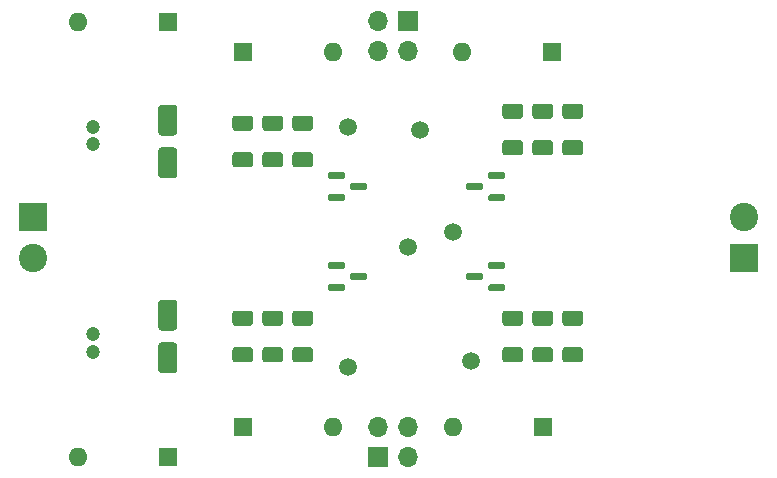
<source format=gbr>
G04 #@! TF.GenerationSoftware,KiCad,Pcbnew,6.0.1-79c1e3a40b~116~ubuntu21.04.1*
G04 #@! TF.CreationDate,2022-03-15T19:04:18+01:00*
G04 #@! TF.ProjectId,AbcTestBoard,41626354-6573-4744-926f-6172642e6b69,rev?*
G04 #@! TF.SameCoordinates,Original*
G04 #@! TF.FileFunction,Soldermask,Top*
G04 #@! TF.FilePolarity,Negative*
%FSLAX46Y46*%
G04 Gerber Fmt 4.6, Leading zero omitted, Abs format (unit mm)*
G04 Created by KiCad (PCBNEW 6.0.1-79c1e3a40b~116~ubuntu21.04.1) date 2022-03-15 19:04:18*
%MOMM*%
%LPD*%
G01*
G04 APERTURE LIST*
%ADD10R,1.700000X1.700000*%
%ADD11O,1.700000X1.700000*%
%ADD12C,1.200000*%
%ADD13C,1.500000*%
%ADD14R,2.400000X2.400000*%
%ADD15C,2.400000*%
%ADD16R,1.600000X1.600000*%
%ADD17O,1.600000X1.600000*%
G04 APERTURE END LIST*
D10*
X73655000Y-104145000D03*
D11*
X73655000Y-101605000D03*
X76195000Y-104145000D03*
X76195000Y-101605000D03*
G36*
G01*
X89545000Y-74254000D02*
X90795000Y-74254000D01*
G75*
G02*
X91045000Y-74504000I0J-250000D01*
G01*
X91045000Y-75304000D01*
G75*
G02*
X90795000Y-75554000I-250000J0D01*
G01*
X89545000Y-75554000D01*
G75*
G02*
X89295000Y-75304000I0J250000D01*
G01*
X89295000Y-74504000D01*
G75*
G02*
X89545000Y-74254000I250000J0D01*
G01*
G37*
G36*
G01*
X89545000Y-77354000D02*
X90795000Y-77354000D01*
G75*
G02*
X91045000Y-77604000I0J-250000D01*
G01*
X91045000Y-78404000D01*
G75*
G02*
X90795000Y-78654000I-250000J0D01*
G01*
X89545000Y-78654000D01*
G75*
G02*
X89295000Y-78404000I0J250000D01*
G01*
X89295000Y-77604000D01*
G75*
G02*
X89545000Y-77354000I250000J0D01*
G01*
G37*
G36*
G01*
X67935000Y-96180000D02*
X66685000Y-96180000D01*
G75*
G02*
X66435000Y-95930000I0J250000D01*
G01*
X66435000Y-95130000D01*
G75*
G02*
X66685000Y-94880000I250000J0D01*
G01*
X67935000Y-94880000D01*
G75*
G02*
X68185000Y-95130000I0J-250000D01*
G01*
X68185000Y-95930000D01*
G75*
G02*
X67935000Y-96180000I-250000J0D01*
G01*
G37*
G36*
G01*
X67935000Y-93080000D02*
X66685000Y-93080000D01*
G75*
G02*
X66435000Y-92830000I0J250000D01*
G01*
X66435000Y-92030000D01*
G75*
G02*
X66685000Y-91780000I250000J0D01*
G01*
X67935000Y-91780000D01*
G75*
G02*
X68185000Y-92030000I0J-250000D01*
G01*
X68185000Y-92830000D01*
G75*
G02*
X67935000Y-93080000I-250000J0D01*
G01*
G37*
G36*
G01*
X66685000Y-75270000D02*
X67935000Y-75270000D01*
G75*
G02*
X68185000Y-75520000I0J-250000D01*
G01*
X68185000Y-76320000D01*
G75*
G02*
X67935000Y-76570000I-250000J0D01*
G01*
X66685000Y-76570000D01*
G75*
G02*
X66435000Y-76320000I0J250000D01*
G01*
X66435000Y-75520000D01*
G75*
G02*
X66685000Y-75270000I250000J0D01*
G01*
G37*
G36*
G01*
X66685000Y-78370000D02*
X67935000Y-78370000D01*
G75*
G02*
X68185000Y-78620000I0J-250000D01*
G01*
X68185000Y-79420000D01*
G75*
G02*
X67935000Y-79670000I-250000J0D01*
G01*
X66685000Y-79670000D01*
G75*
G02*
X66435000Y-79420000I0J250000D01*
G01*
X66435000Y-78620000D01*
G75*
G02*
X66685000Y-78370000I250000J0D01*
G01*
G37*
D12*
X49530000Y-95250000D03*
X49530000Y-93750000D03*
D13*
X81534000Y-96012000D03*
D14*
X44450000Y-83820000D03*
D15*
X44450000Y-87320000D03*
D16*
X88392000Y-69850000D03*
D17*
X80772000Y-69850000D03*
D13*
X71120000Y-96520000D03*
G36*
G01*
X84479000Y-82080000D02*
X84479000Y-82380000D01*
G75*
G02*
X84329000Y-82530000I-150000J0D01*
G01*
X83154000Y-82530000D01*
G75*
G02*
X83004000Y-82380000I0J150000D01*
G01*
X83004000Y-82080000D01*
G75*
G02*
X83154000Y-81930000I150000J0D01*
G01*
X84329000Y-81930000D01*
G75*
G02*
X84479000Y-82080000I0J-150000D01*
G01*
G37*
G36*
G01*
X84479000Y-80180000D02*
X84479000Y-80480000D01*
G75*
G02*
X84329000Y-80630000I-150000J0D01*
G01*
X83154000Y-80630000D01*
G75*
G02*
X83004000Y-80480000I0J150000D01*
G01*
X83004000Y-80180000D01*
G75*
G02*
X83154000Y-80030000I150000J0D01*
G01*
X84329000Y-80030000D01*
G75*
G02*
X84479000Y-80180000I0J-150000D01*
G01*
G37*
G36*
G01*
X82604000Y-81130000D02*
X82604000Y-81430000D01*
G75*
G02*
X82454000Y-81580000I-150000J0D01*
G01*
X81279000Y-81580000D01*
G75*
G02*
X81129000Y-81430000I0J150000D01*
G01*
X81129000Y-81130000D01*
G75*
G02*
X81279000Y-80980000I150000J0D01*
G01*
X82454000Y-80980000D01*
G75*
G02*
X82604000Y-81130000I0J-150000D01*
G01*
G37*
X80010000Y-85090000D03*
D16*
X87630000Y-101600000D03*
D17*
X80010000Y-101600000D03*
D13*
X76200000Y-86360000D03*
G36*
G01*
X56430000Y-97080000D02*
X55330000Y-97080000D01*
G75*
G02*
X55080000Y-96830000I0J250000D01*
G01*
X55080000Y-94730000D01*
G75*
G02*
X55330000Y-94480000I250000J0D01*
G01*
X56430000Y-94480000D01*
G75*
G02*
X56680000Y-94730000I0J-250000D01*
G01*
X56680000Y-96830000D01*
G75*
G02*
X56430000Y-97080000I-250000J0D01*
G01*
G37*
G36*
G01*
X56430000Y-93480000D02*
X55330000Y-93480000D01*
G75*
G02*
X55080000Y-93230000I0J250000D01*
G01*
X55080000Y-91130000D01*
G75*
G02*
X55330000Y-90880000I250000J0D01*
G01*
X56430000Y-90880000D01*
G75*
G02*
X56680000Y-91130000I0J-250000D01*
G01*
X56680000Y-93230000D01*
G75*
G02*
X56430000Y-93480000I-250000J0D01*
G01*
G37*
G36*
G01*
X62855000Y-96180000D02*
X61605000Y-96180000D01*
G75*
G02*
X61355000Y-95930000I0J250000D01*
G01*
X61355000Y-95130000D01*
G75*
G02*
X61605000Y-94880000I250000J0D01*
G01*
X62855000Y-94880000D01*
G75*
G02*
X63105000Y-95130000I0J-250000D01*
G01*
X63105000Y-95930000D01*
G75*
G02*
X62855000Y-96180000I-250000J0D01*
G01*
G37*
G36*
G01*
X62855000Y-93080000D02*
X61605000Y-93080000D01*
G75*
G02*
X61355000Y-92830000I0J250000D01*
G01*
X61355000Y-92030000D01*
G75*
G02*
X61605000Y-91780000I250000J0D01*
G01*
X62855000Y-91780000D01*
G75*
G02*
X63105000Y-92030000I0J-250000D01*
G01*
X63105000Y-92830000D01*
G75*
G02*
X62855000Y-93080000I-250000J0D01*
G01*
G37*
G36*
G01*
X65395000Y-79670000D02*
X64145000Y-79670000D01*
G75*
G02*
X63895000Y-79420000I0J250000D01*
G01*
X63895000Y-78620000D01*
G75*
G02*
X64145000Y-78370000I250000J0D01*
G01*
X65395000Y-78370000D01*
G75*
G02*
X65645000Y-78620000I0J-250000D01*
G01*
X65645000Y-79420000D01*
G75*
G02*
X65395000Y-79670000I-250000J0D01*
G01*
G37*
G36*
G01*
X65395000Y-76570000D02*
X64145000Y-76570000D01*
G75*
G02*
X63895000Y-76320000I0J250000D01*
G01*
X63895000Y-75520000D01*
G75*
G02*
X64145000Y-75270000I250000J0D01*
G01*
X65395000Y-75270000D01*
G75*
G02*
X65645000Y-75520000I0J-250000D01*
G01*
X65645000Y-76320000D01*
G75*
G02*
X65395000Y-76570000I-250000J0D01*
G01*
G37*
G36*
G01*
X69445000Y-80480000D02*
X69445000Y-80180000D01*
G75*
G02*
X69595000Y-80030000I150000J0D01*
G01*
X70770000Y-80030000D01*
G75*
G02*
X70920000Y-80180000I0J-150000D01*
G01*
X70920000Y-80480000D01*
G75*
G02*
X70770000Y-80630000I-150000J0D01*
G01*
X69595000Y-80630000D01*
G75*
G02*
X69445000Y-80480000I0J150000D01*
G01*
G37*
G36*
G01*
X69445000Y-82380000D02*
X69445000Y-82080000D01*
G75*
G02*
X69595000Y-81930000I150000J0D01*
G01*
X70770000Y-81930000D01*
G75*
G02*
X70920000Y-82080000I0J-150000D01*
G01*
X70920000Y-82380000D01*
G75*
G02*
X70770000Y-82530000I-150000J0D01*
G01*
X69595000Y-82530000D01*
G75*
G02*
X69445000Y-82380000I0J150000D01*
G01*
G37*
G36*
G01*
X71320000Y-81430000D02*
X71320000Y-81130000D01*
G75*
G02*
X71470000Y-80980000I150000J0D01*
G01*
X72645000Y-80980000D01*
G75*
G02*
X72795000Y-81130000I0J-150000D01*
G01*
X72795000Y-81430000D01*
G75*
G02*
X72645000Y-81580000I-150000J0D01*
G01*
X71470000Y-81580000D01*
G75*
G02*
X71320000Y-81430000I0J150000D01*
G01*
G37*
D16*
X55880000Y-67310000D03*
D17*
X48260000Y-67310000D03*
G36*
G01*
X61605000Y-75270000D02*
X62855000Y-75270000D01*
G75*
G02*
X63105000Y-75520000I0J-250000D01*
G01*
X63105000Y-76320000D01*
G75*
G02*
X62855000Y-76570000I-250000J0D01*
G01*
X61605000Y-76570000D01*
G75*
G02*
X61355000Y-76320000I0J250000D01*
G01*
X61355000Y-75520000D01*
G75*
G02*
X61605000Y-75270000I250000J0D01*
G01*
G37*
G36*
G01*
X61605000Y-78370000D02*
X62855000Y-78370000D01*
G75*
G02*
X63105000Y-78620000I0J-250000D01*
G01*
X63105000Y-79420000D01*
G75*
G02*
X62855000Y-79670000I-250000J0D01*
G01*
X61605000Y-79670000D01*
G75*
G02*
X61355000Y-79420000I0J250000D01*
G01*
X61355000Y-78620000D01*
G75*
G02*
X61605000Y-78370000I250000J0D01*
G01*
G37*
D10*
X76200000Y-67305000D03*
D11*
X76200000Y-69845000D03*
X73660000Y-67305000D03*
X73660000Y-69845000D03*
G36*
G01*
X64145000Y-91780000D02*
X65395000Y-91780000D01*
G75*
G02*
X65645000Y-92030000I0J-250000D01*
G01*
X65645000Y-92830000D01*
G75*
G02*
X65395000Y-93080000I-250000J0D01*
G01*
X64145000Y-93080000D01*
G75*
G02*
X63895000Y-92830000I0J250000D01*
G01*
X63895000Y-92030000D01*
G75*
G02*
X64145000Y-91780000I250000J0D01*
G01*
G37*
G36*
G01*
X64145000Y-94880000D02*
X65395000Y-94880000D01*
G75*
G02*
X65645000Y-95130000I0J-250000D01*
G01*
X65645000Y-95930000D01*
G75*
G02*
X65395000Y-96180000I-250000J0D01*
G01*
X64145000Y-96180000D01*
G75*
G02*
X63895000Y-95930000I0J250000D01*
G01*
X63895000Y-95130000D01*
G75*
G02*
X64145000Y-94880000I250000J0D01*
G01*
G37*
G36*
G01*
X85715000Y-96180000D02*
X84465000Y-96180000D01*
G75*
G02*
X84215000Y-95930000I0J250000D01*
G01*
X84215000Y-95130000D01*
G75*
G02*
X84465000Y-94880000I250000J0D01*
G01*
X85715000Y-94880000D01*
G75*
G02*
X85965000Y-95130000I0J-250000D01*
G01*
X85965000Y-95930000D01*
G75*
G02*
X85715000Y-96180000I-250000J0D01*
G01*
G37*
G36*
G01*
X85715000Y-93080000D02*
X84465000Y-93080000D01*
G75*
G02*
X84215000Y-92830000I0J250000D01*
G01*
X84215000Y-92030000D01*
G75*
G02*
X84465000Y-91780000I250000J0D01*
G01*
X85715000Y-91780000D01*
G75*
G02*
X85965000Y-92030000I0J-250000D01*
G01*
X85965000Y-92830000D01*
G75*
G02*
X85715000Y-93080000I-250000J0D01*
G01*
G37*
D14*
X104710000Y-87320000D03*
D15*
X104710000Y-83820000D03*
G36*
G01*
X88255000Y-78654000D02*
X87005000Y-78654000D01*
G75*
G02*
X86755000Y-78404000I0J250000D01*
G01*
X86755000Y-77604000D01*
G75*
G02*
X87005000Y-77354000I250000J0D01*
G01*
X88255000Y-77354000D01*
G75*
G02*
X88505000Y-77604000I0J-250000D01*
G01*
X88505000Y-78404000D01*
G75*
G02*
X88255000Y-78654000I-250000J0D01*
G01*
G37*
G36*
G01*
X88255000Y-75554000D02*
X87005000Y-75554000D01*
G75*
G02*
X86755000Y-75304000I0J250000D01*
G01*
X86755000Y-74504000D01*
G75*
G02*
X87005000Y-74254000I250000J0D01*
G01*
X88255000Y-74254000D01*
G75*
G02*
X88505000Y-74504000I0J-250000D01*
G01*
X88505000Y-75304000D01*
G75*
G02*
X88255000Y-75554000I-250000J0D01*
G01*
G37*
G36*
G01*
X87005000Y-91780000D02*
X88255000Y-91780000D01*
G75*
G02*
X88505000Y-92030000I0J-250000D01*
G01*
X88505000Y-92830000D01*
G75*
G02*
X88255000Y-93080000I-250000J0D01*
G01*
X87005000Y-93080000D01*
G75*
G02*
X86755000Y-92830000I0J250000D01*
G01*
X86755000Y-92030000D01*
G75*
G02*
X87005000Y-91780000I250000J0D01*
G01*
G37*
G36*
G01*
X87005000Y-94880000D02*
X88255000Y-94880000D01*
G75*
G02*
X88505000Y-95130000I0J-250000D01*
G01*
X88505000Y-95930000D01*
G75*
G02*
X88255000Y-96180000I-250000J0D01*
G01*
X87005000Y-96180000D01*
G75*
G02*
X86755000Y-95930000I0J250000D01*
G01*
X86755000Y-95130000D01*
G75*
G02*
X87005000Y-94880000I250000J0D01*
G01*
G37*
D13*
X77216000Y-76454000D03*
D12*
X49530000Y-76200000D03*
X49530000Y-77700000D03*
G36*
G01*
X90795000Y-96180000D02*
X89545000Y-96180000D01*
G75*
G02*
X89295000Y-95930000I0J250000D01*
G01*
X89295000Y-95130000D01*
G75*
G02*
X89545000Y-94880000I250000J0D01*
G01*
X90795000Y-94880000D01*
G75*
G02*
X91045000Y-95130000I0J-250000D01*
G01*
X91045000Y-95930000D01*
G75*
G02*
X90795000Y-96180000I-250000J0D01*
G01*
G37*
G36*
G01*
X90795000Y-93080000D02*
X89545000Y-93080000D01*
G75*
G02*
X89295000Y-92830000I0J250000D01*
G01*
X89295000Y-92030000D01*
G75*
G02*
X89545000Y-91780000I250000J0D01*
G01*
X90795000Y-91780000D01*
G75*
G02*
X91045000Y-92030000I0J-250000D01*
G01*
X91045000Y-92830000D01*
G75*
G02*
X90795000Y-93080000I-250000J0D01*
G01*
G37*
G36*
G01*
X84479000Y-89700000D02*
X84479000Y-90000000D01*
G75*
G02*
X84329000Y-90150000I-150000J0D01*
G01*
X83154000Y-90150000D01*
G75*
G02*
X83004000Y-90000000I0J150000D01*
G01*
X83004000Y-89700000D01*
G75*
G02*
X83154000Y-89550000I150000J0D01*
G01*
X84329000Y-89550000D01*
G75*
G02*
X84479000Y-89700000I0J-150000D01*
G01*
G37*
G36*
G01*
X84479000Y-87800000D02*
X84479000Y-88100000D01*
G75*
G02*
X84329000Y-88250000I-150000J0D01*
G01*
X83154000Y-88250000D01*
G75*
G02*
X83004000Y-88100000I0J150000D01*
G01*
X83004000Y-87800000D01*
G75*
G02*
X83154000Y-87650000I150000J0D01*
G01*
X84329000Y-87650000D01*
G75*
G02*
X84479000Y-87800000I0J-150000D01*
G01*
G37*
G36*
G01*
X82604000Y-88750000D02*
X82604000Y-89050000D01*
G75*
G02*
X82454000Y-89200000I-150000J0D01*
G01*
X81279000Y-89200000D01*
G75*
G02*
X81129000Y-89050000I0J150000D01*
G01*
X81129000Y-88750000D01*
G75*
G02*
X81279000Y-88600000I150000J0D01*
G01*
X82454000Y-88600000D01*
G75*
G02*
X82604000Y-88750000I0J-150000D01*
G01*
G37*
G36*
G01*
X69445000Y-88100000D02*
X69445000Y-87800000D01*
G75*
G02*
X69595000Y-87650000I150000J0D01*
G01*
X70770000Y-87650000D01*
G75*
G02*
X70920000Y-87800000I0J-150000D01*
G01*
X70920000Y-88100000D01*
G75*
G02*
X70770000Y-88250000I-150000J0D01*
G01*
X69595000Y-88250000D01*
G75*
G02*
X69445000Y-88100000I0J150000D01*
G01*
G37*
G36*
G01*
X69445000Y-90000000D02*
X69445000Y-89700000D01*
G75*
G02*
X69595000Y-89550000I150000J0D01*
G01*
X70770000Y-89550000D01*
G75*
G02*
X70920000Y-89700000I0J-150000D01*
G01*
X70920000Y-90000000D01*
G75*
G02*
X70770000Y-90150000I-150000J0D01*
G01*
X69595000Y-90150000D01*
G75*
G02*
X69445000Y-90000000I0J150000D01*
G01*
G37*
G36*
G01*
X71320000Y-89050000D02*
X71320000Y-88750000D01*
G75*
G02*
X71470000Y-88600000I150000J0D01*
G01*
X72645000Y-88600000D01*
G75*
G02*
X72795000Y-88750000I0J-150000D01*
G01*
X72795000Y-89050000D01*
G75*
G02*
X72645000Y-89200000I-150000J0D01*
G01*
X71470000Y-89200000D01*
G75*
G02*
X71320000Y-89050000I0J150000D01*
G01*
G37*
D16*
X62230000Y-101600000D03*
D17*
X69850000Y-101600000D03*
D16*
X62230000Y-69850000D03*
D17*
X69850000Y-69850000D03*
G36*
G01*
X55330000Y-74370000D02*
X56430000Y-74370000D01*
G75*
G02*
X56680000Y-74620000I0J-250000D01*
G01*
X56680000Y-76720000D01*
G75*
G02*
X56430000Y-76970000I-250000J0D01*
G01*
X55330000Y-76970000D01*
G75*
G02*
X55080000Y-76720000I0J250000D01*
G01*
X55080000Y-74620000D01*
G75*
G02*
X55330000Y-74370000I250000J0D01*
G01*
G37*
G36*
G01*
X55330000Y-77970000D02*
X56430000Y-77970000D01*
G75*
G02*
X56680000Y-78220000I0J-250000D01*
G01*
X56680000Y-80320000D01*
G75*
G02*
X56430000Y-80570000I-250000J0D01*
G01*
X55330000Y-80570000D01*
G75*
G02*
X55080000Y-80320000I0J250000D01*
G01*
X55080000Y-78220000D01*
G75*
G02*
X55330000Y-77970000I250000J0D01*
G01*
G37*
D16*
X55880000Y-104140000D03*
D17*
X48260000Y-104140000D03*
G36*
G01*
X84465000Y-74254000D02*
X85715000Y-74254000D01*
G75*
G02*
X85965000Y-74504000I0J-250000D01*
G01*
X85965000Y-75304000D01*
G75*
G02*
X85715000Y-75554000I-250000J0D01*
G01*
X84465000Y-75554000D01*
G75*
G02*
X84215000Y-75304000I0J250000D01*
G01*
X84215000Y-74504000D01*
G75*
G02*
X84465000Y-74254000I250000J0D01*
G01*
G37*
G36*
G01*
X84465000Y-77354000D02*
X85715000Y-77354000D01*
G75*
G02*
X85965000Y-77604000I0J-250000D01*
G01*
X85965000Y-78404000D01*
G75*
G02*
X85715000Y-78654000I-250000J0D01*
G01*
X84465000Y-78654000D01*
G75*
G02*
X84215000Y-78404000I0J250000D01*
G01*
X84215000Y-77604000D01*
G75*
G02*
X84465000Y-77354000I250000J0D01*
G01*
G37*
D13*
X71120000Y-76200000D03*
M02*

</source>
